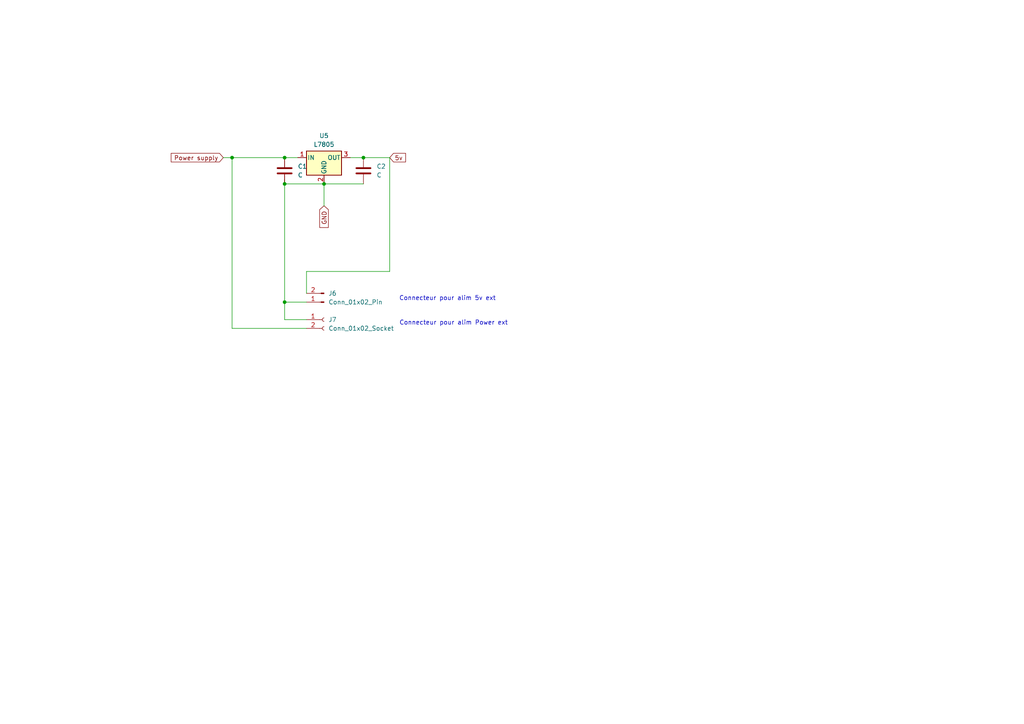
<source format=kicad_sch>
(kicad_sch (version 20231120) (generator "eeschema") (generator_version "8.0")
  (paper "A4")
  (title_block (title "Carte electronique Exodus") (company "Fablab"))
  (lib_symbols
    (symbol "Connector:Conn_01x02_Pin" (pin_names (offset 1.016) hide)
      (property "Reference" "J" (at 0 2.54 0))
      (property "Value" "Conn_01x02_Pin" (at 0 -5.08 0))
      (symbol "Conn_01x02_Pin_1_1"
        (polyline (pts (xy 1.27 -2.54) (xy 0.8636 -2.54)) (stroke (width 0.1524)))
        (polyline (pts (xy 1.27 0) (xy 0.8636 0)) (stroke (width 0.1524)))
        (rectangle (start 0.8636 -2.413) (end 0 -2.667) (stroke (width 0.1524)) (fill (type outline)))
        (rectangle (start 0.8636 0.127) (end 0 -0.127) (stroke (width 0.1524)) (fill (type outline)))
        (pin passive line (at 5.08 0 180) (length 3.81) (name "Pin_1") (number "1"))
        (pin passive line (at 5.08 -2.54 180) (length 3.81) (name "Pin_2") (number "2"))
      )
    )
    (symbol "Connector:Conn_01x02_Socket" (pin_names (offset 1.016) hide)
      (property "Reference" "J" (at 0 2.54 0))
      (property "Value" "Conn_01x02_Socket" (at 0 -5.08 0))
      (symbol "Conn_01x02_Socket_1_1"
        (arc (start 0 -2.032) (mid -0.5058 -2.54) (end 0 -3.048) (stroke (width 0.1524)))
        (polyline (pts (xy -1.27 -2.54) (xy -0.508 -2.54)) (stroke (width 0.1524)))
        (polyline (pts (xy -1.27 0) (xy -0.508 0)) (stroke (width 0.1524)))
        (arc (start 0 0.508) (mid -0.5058 0) (end 0 -0.508) (stroke (width 0.1524)))
        (pin passive line (at -5.08 0 0) (length 3.81) (name "Pin_1") (number "1"))
        (pin passive line (at -5.08 -2.54 0) (length 3.81) (name "Pin_2") (number "2"))
      )
    )
    (symbol "Device:C" (pin_numbers hide) (pin_names (offset 0.254))
      (property "Reference" "C" (at 0.635 2.54 0))
      (property "Value" "C" (at 0.635 -2.54 0))
      (symbol "C_0_1"
        (polyline (pts (xy -2.032 -0.762) (xy 2.032 -0.762)) (stroke (width 0.508)))
        (polyline (pts (xy -2.032 0.762) (xy 2.032 0.762)) (stroke (width 0.508)))
      )
      (symbol "C_1_1"
        (pin passive line (at 0 3.81 270) (length 2.794) (name "~") (number "1"))
        (pin passive line (at 0 -3.81 90) (length 2.794) (name "~") (number "2"))
      )
    )
    (symbol "Regulator_Linear:L7805" (pin_names (offset 0.254))
      (property "Reference" "U" (at -3.81 3.175 0))
      (property "Value" "L7805" (at 0 3.175 0))
      (symbol "L7805_0_1"
        (rectangle (start -5.08 1.905) (end 5.08 -5.08) (stroke (width 0.254)) (fill (type background)))
      )
      (symbol "L7805_1_1"
        (pin power_in line (at -7.62 0 0) (length 2.54) (name "IN") (number "1"))
        (pin power_in line (at 0 -7.62 90) (length 2.54) (name "GND") (number "2"))
        (pin power_out line (at 7.62 0 180) (length 2.54) (name "OUT") (number "3"))
      )
    )
  )
  (junction (at 93.98 53.34))
  (junction (at 105.41 45.72))
  (junction (at 82.55 53.34))
  (junction (at 82.55 45.72))
  (junction (at 67.31 45.72))
  (junction (at 82.55 87.63))
  (wire (pts (xy 82.55 45.72) (xy 86.36 45.72)))
  (wire (pts (xy 93.98 53.34) (xy 105.41 53.34)))
  (wire (pts (xy 105.41 45.72) (xy 113.03 45.72)))
  (wire (pts (xy 64.77 45.72) (xy 67.31 45.72)))
  (wire (pts (xy 113.03 78.74) (xy 88.9 78.74)))
  (wire (pts (xy 101.6 45.72) (xy 105.41 45.72)))
  (wire (pts (xy 88.9 78.74) (xy 88.9 85.09)))
  (wire (pts (xy 82.55 92.71) (xy 88.9 92.71)))
  (wire (pts (xy 67.31 45.72) (xy 82.55 45.72)))
  (wire (pts (xy 82.55 53.34) (xy 93.98 53.34)))
  (wire (pts (xy 113.03 45.72) (xy 113.03 78.74)))
  (wire (pts (xy 82.55 52.07) (xy 82.55 53.34)))
  (wire (pts (xy 93.98 53.34) (xy 93.98 59.69)))
  (wire (pts (xy 67.31 45.72) (xy 67.31 95.25)))
  (wire (pts (xy 82.55 87.63) (xy 88.9 87.63)))
  (wire (pts (xy 82.55 87.63) (xy 82.55 92.71)))
  (wire (pts (xy 67.31 95.25) (xy 88.9 95.25)))
  (wire (pts (xy 82.55 53.34) (xy 82.55 87.63)))
  (text "Connecteur pour alim Power ext" (at 131.572 93.726 0) (effects (font (size 1.27 1.27))))
  (text "Connecteur pour alim 5v ext" (at 129.794 86.614 0) (effects (font (size 1.27 1.27))))
  (global_label "5v" (shape input) (at 113.03 45.72 0) (property "Intersheetrefs" "${INTERSHEET_REFS}" (effects (hide yes))))
  (global_label "Power supply" (shape input) (at 64.77 45.72 180) (property "Intersheetrefs" "${INTERSHEET_REFS}" (effects (hide yes))))
  (global_label "GND" (shape input) (at 93.98 59.69 270) (property "Intersheetrefs" "${INTERSHEET_REFS}" (effects (hide yes))))
  (symbol (lib_id "Device:C") (at 82.55 49.53 0) (unit 1)
    (property "Reference" "C1" (at 86.36 48.2599 0) (effects (justify left)))
    (property "Value" "C" (at 86.36 50.7999 0) (effects (justify left)))
    (property "Footprint" "Capacitor_THT:CP_Radial_D4.0mm_P1.50mm" (effects (hide yes)))
    (property "Description" "Unpolarized capacitor" (effects (hide yes)))
  )
  (symbol (lib_id "Device:C") (at 105.41 49.53 0) (unit 1)
    (property "Reference" "C2" (at 109.22 48.2599 0) (effects (justify left)))
    (property "Value" "C" (at 109.22 50.7999 0) (effects (justify left)))
    (property "Footprint" "Capacitor_THT:CP_Radial_D4.0mm_P1.50mm" (effects (hide yes)))
    (property "Description" "Unpolarized capacitor" (effects (hide yes)))
  )
  (symbol (lib_id "Connector:Conn_01x02_Socket") (at 93.98 92.71 0) (unit 1)
    (property "Reference" "J7" (at 95.25 92.7099 0) (effects (justify left)))
    (property "Value" "Conn_01x02_Socket" (at 95.25 95.2499 0) (effects (justify left)))
    (property "Footprint" "TerminalBlock:TerminalBlock_bornier-2_P5.08mm" (effects (hide yes)))
    (property "Description" "Generic connector, single row, 01x02, script generated" (effects (hide yes)))
  )
  (symbol (lib_id "Regulator_Linear:L7805") (at 93.98 45.72 0) (unit 1)
    (property "Reference" "U5" (at 93.98 39.37 0))
    (property "Value" "L7805" (at 93.98 41.91 0))
    (property "Footprint" "Package_TO_SOT_THT:TO-220-3_Vertical" (effects (hide yes)))
    (property "Datasheet" "http://www.st.com/content/ccc/resource/technical/document/datasheet/41/4f/b3/b0/12/d4/47/88/CD00000444.pdf/files/CD00000444.pdf/jcr:content/translations/en.CD00000444.pdf" (effects (hide yes)))
    (property "Description" "Positive 1.5A 35V Linear Regulator, Fixed Output 5V, TO-220/TO-263/TO-252" (effects (hide yes)))
  )
  (symbol (lib_id "Connector:Conn_01x02_Pin") (at 93.98 87.63 180) (unit 1)
    (property "Reference" "J6" (at 95.25 85.0899 0) (effects (justify right)))
    (property "Value" "Conn_01x02_Pin" (at 95.25 87.6299 0) (effects (justify right)))
    (property "Footprint" "Connector_PinHeader_2.54mm:PinHeader_1x02_P2.54mm_Vertical" (effects (hide yes)))
    (property "Description" "Generic connector, single row, 01x02, script generated" (effects (hide yes)))
  )
)
</source>
